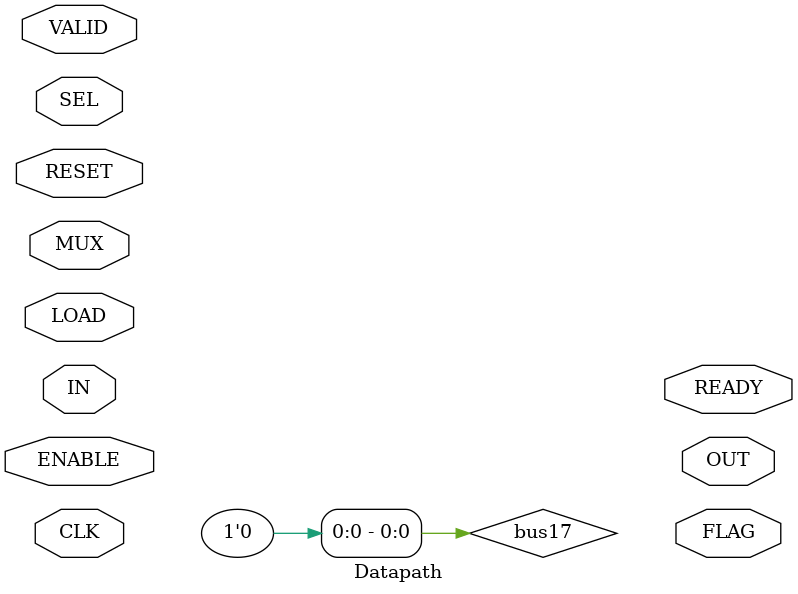
<source format=v>
module Datapath(IN, OUT, CLK, RESET, SEL, MUX, LOAD, ENABLE, FLAG, READY, VALID);
input [15:0] IN;
input CLK, RESET, ENABLE;
wire WAIT;
input [7:0]SEL;
input [3:0] MUX;
input [6:0] LOAD;
input VALID;
output [15:0] OUT;
output FLAG, READY;

wire [15:0] busMUX0, busMUX1, bus0, bus1, bus2, bus3, bus4, bus5, bus6, bus7, bus8, bus9, bus10, bus11, bus12, bus13, bus14, bus15, bus16, bus17, bus18, bus19;
wire [5:0] LOADE;
// Datapath
// 1. Register File
REG16bit REG0 (CLK, RESET, LOAD[0], bus4, bus9);
REG16bit REG1 (CLK, RESET, LOAD[1], bus6, bus10);
REG16bit REG2 (CLK, RESET, LOAD[2], bus7, bus11);
REG16bit REG3 (CLK, RESET, LOAD[3], bus8, bus12);
REG16bit REG4 (CLK, RESET, LOAD[4], bus7, bus13);
REG16bit REG5 (CLK, RESET, LOAD[5], bus15, bus16);

// 2. MUX
MUX MUX0 (bus1, busMUX0, bus3, MUX[0]);
MUX MUX1 (bus1, busMUX1, bus5, MUX[1]);
MUX MUX2 (bus8, bus7, bus4, MUX[2]);
MUX MUX3 (bus8, bus14, bus15, MUX[3]);

// 3. Tristate
Tristate TRISTATE0 (bus2, SEL[0], bus1);
Tristate TRISTATE1 (bus9, SEL[1], bus0);
Tristate TRISTATE2 (bus10, SEL[2], bus0);
Tristate TRISTATE3 (bus11, SEL[3], bus0);
Tristate TRISTATE4 (bus11, SEL[4], bus1);
Tristate TRISTATE5 (bus12, SEL[5], bus1);
Tristate TRISTATE6 (bus13, SEL[6], bus0);
Tristate TRISTATE7 (bus19, SEL[7], bus1);
Tristate TRISTATE8 (bus17, VALID, bus18);

// 4. ALU
ADD ADDER0 (bus0, bus3, bus2);
SUB SUBTRACTOR (bus0, bus5, bus6);
MUL MULTIPLIER (bus0, bus1, CLK, RESET, LOAD[6], WAIT, bus8);
DIV DIVIDER (bus0, bus1, bus7);
ADD ADDER1 (bus1, bus14, bus15);

//5 COUNTER
COUNTER COUNTER0 (CLK, RESET, ENABLE, bus19);

//6 AND
AND AND0 (bus19,  );

// Wire
assign LOADE[5] = LOAD[5]&~WAIT;
assign LOADE[4] = LOAD[4]&~WAIT;
assign LOADE[3] = LOAD[3]&~WAIT;
assign LOADE[2] = LOAD[2]&~WAIT;
assign LOADE[1] = LOAD[1]&~WAIT;
assign LOADE[0] = LOAD[0]&~WAIT;
assign bus17 = bus16 << 1;

endmodule

</source>
